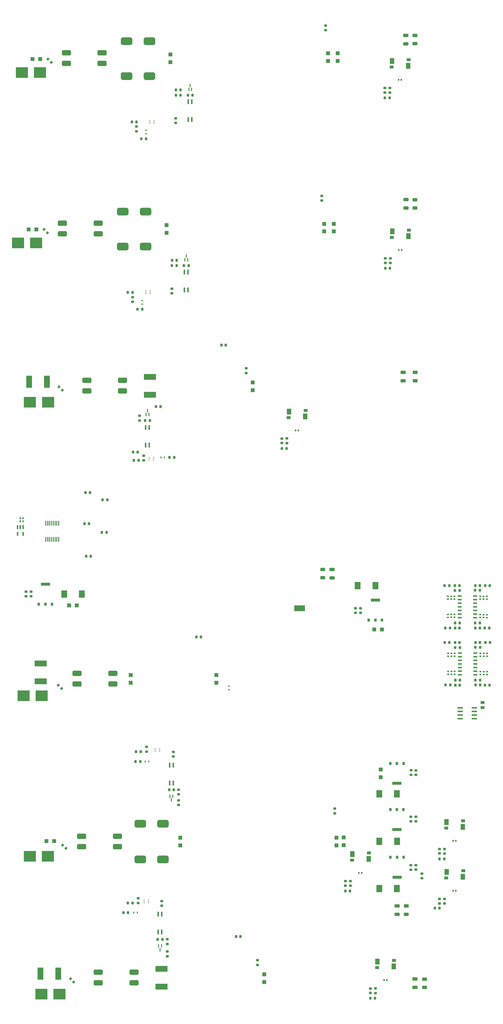
<source format=gbr>
%TF.GenerationSoftware,KiCad,Pcbnew,9.0.3*%
%TF.CreationDate,2025-09-16T14:08:45-04:00*%
%TF.ProjectId,11_CPU_PDU,31315f43-5055-45f5-9044-552e6b696361,rev?*%
%TF.SameCoordinates,Original*%
%TF.FileFunction,Paste,Top*%
%TF.FilePolarity,Positive*%
%FSLAX46Y46*%
G04 Gerber Fmt 4.6, Leading zero omitted, Abs format (unit mm)*
G04 Created by KiCad (PCBNEW 9.0.3) date 2025-09-16 14:08:45*
%MOMM*%
%LPD*%
G01*
G04 APERTURE LIST*
G04 Aperture macros list*
%AMRoundRect*
0 Rectangle with rounded corners*
0 $1 Rounding radius*
0 $2 $3 $4 $5 $6 $7 $8 $9 X,Y pos of 4 corners*
0 Add a 4 corners polygon primitive as box body*
4,1,4,$2,$3,$4,$5,$6,$7,$8,$9,$2,$3,0*
0 Add four circle primitives for the rounded corners*
1,1,$1+$1,$2,$3*
1,1,$1+$1,$4,$5*
1,1,$1+$1,$6,$7*
1,1,$1+$1,$8,$9*
0 Add four rect primitives between the rounded corners*
20,1,$1+$1,$2,$3,$4,$5,0*
20,1,$1+$1,$4,$5,$6,$7,0*
20,1,$1+$1,$6,$7,$8,$9,0*
20,1,$1+$1,$8,$9,$2,$3,0*%
G04 Aperture macros list end*
%ADD10RoundRect,0.200000X0.200000X0.275000X-0.200000X0.275000X-0.200000X-0.275000X0.200000X-0.275000X0*%
%ADD11RoundRect,0.200000X-0.200000X-0.275000X0.200000X-0.275000X0.200000X0.275000X-0.200000X0.275000X0*%
%ADD12RoundRect,0.675000X-1.325000X0.675000X-1.325000X-0.675000X1.325000X-0.675000X1.325000X0.675000X0*%
%ADD13R,4.241800X3.810000*%
%ADD14RoundRect,0.250000X0.445000X-0.457500X0.445000X0.457500X-0.445000X0.457500X-0.445000X-0.457500X0*%
%ADD15RoundRect,0.200000X0.275000X-0.200000X0.275000X0.200000X-0.275000X0.200000X-0.275000X-0.200000X0*%
%ADD16RoundRect,0.135000X0.185000X-0.135000X0.185000X0.135000X-0.185000X0.135000X-0.185000X-0.135000X0*%
%ADD17RoundRect,0.225000X-0.225000X-0.250000X0.225000X-0.250000X0.225000X0.250000X-0.225000X0.250000X0*%
%ADD18R,0.350800X1.161200*%
%ADD19RoundRect,0.225000X0.225000X0.250000X-0.225000X0.250000X-0.225000X-0.250000X0.225000X-0.250000X0*%
%ADD20R,0.444500X0.711200*%
%ADD21R,0.558800X1.651000*%
%ADD22RoundRect,0.200000X-0.275000X0.200000X-0.275000X-0.200000X0.275000X-0.200000X0.275000X0.200000X0*%
%ADD23RoundRect,0.225000X-0.250000X0.225000X-0.250000X-0.225000X0.250000X-0.225000X0.250000X0.225000X0*%
%ADD24R,0.533400X0.254000*%
%ADD25R,3.800000X2.030000*%
%ADD26RoundRect,0.140000X-0.170000X0.140000X-0.170000X-0.140000X0.170000X-0.140000X0.170000X0.140000X0*%
%ADD27R,1.390000X1.140000*%
%ADD28R,1.650000X2.010000*%
%ADD29RoundRect,0.250000X0.785000X1.895000X-0.785000X1.895000X-0.785000X-1.895000X0.785000X-1.895000X0*%
%ADD30RoundRect,0.250000X-0.450000X0.262500X-0.450000X-0.262500X0.450000X-0.262500X0.450000X0.262500X0*%
%ADD31RoundRect,0.200000X0.335876X0.053033X0.053033X0.335876X-0.335876X-0.053033X-0.053033X-0.335876X0*%
%ADD32RoundRect,0.250000X1.895000X-0.785000X1.895000X0.785000X-1.895000X0.785000X-1.895000X-0.785000X0*%
%ADD33RoundRect,0.140000X-0.140000X-0.170000X0.140000X-0.170000X0.140000X0.170000X-0.140000X0.170000X0*%
%ADD34RoundRect,0.250000X0.650000X-0.325000X0.650000X0.325000X-0.650000X0.325000X-0.650000X-0.325000X0*%
%ADD35RoundRect,0.250000X0.457500X0.445000X-0.457500X0.445000X-0.457500X-0.445000X0.457500X-0.445000X0*%
%ADD36RoundRect,0.250000X-0.625000X0.312500X-0.625000X-0.312500X0.625000X-0.312500X0.625000X0.312500X0*%
%ADD37RoundRect,0.475000X1.125000X-0.475000X1.125000X0.475000X-1.125000X0.475000X-1.125000X-0.475000X0*%
%ADD38RoundRect,0.250000X-0.650000X0.325000X-0.650000X-0.325000X0.650000X-0.325000X0.650000X0.325000X0*%
%ADD39RoundRect,0.140000X0.140000X0.170000X-0.140000X0.170000X-0.140000X-0.170000X0.140000X-0.170000X0*%
%ADD40RoundRect,0.250000X0.785000X1.045000X-0.785000X1.045000X-0.785000X-1.045000X0.785000X-1.045000X0*%
%ADD41R,1.460500X0.533400*%
%ADD42RoundRect,0.135000X-0.185000X0.135000X-0.185000X-0.135000X0.185000X-0.135000X0.185000X0.135000X0*%
%ADD43RoundRect,0.225000X0.250000X-0.225000X0.250000X0.225000X-0.250000X0.225000X-0.250000X-0.225000X0*%
%ADD44R,0.889000X1.016000*%
%ADD45R,3.200000X1.000000*%
%ADD46R,0.711200X0.444500*%
%ADD47RoundRect,0.250000X0.625000X-0.312500X0.625000X0.312500X-0.625000X0.312500X-0.625000X-0.312500X0*%
%ADD48RoundRect,0.250000X-0.445000X0.457500X-0.445000X-0.457500X0.445000X-0.457500X0.445000X0.457500X0*%
%ADD49R,0.355600X1.676400*%
%ADD50RoundRect,0.250000X-0.785000X-1.045000X0.785000X-1.045000X0.785000X1.045000X-0.785000X1.045000X0*%
%ADD51RoundRect,0.250000X-0.457500X-0.445000X0.457500X-0.445000X0.457500X0.445000X-0.457500X0.445000X0*%
%ADD52RoundRect,0.140000X0.170000X-0.140000X0.170000X0.140000X-0.170000X0.140000X-0.170000X-0.140000X0*%
%ADD53R,0.558800X1.473200*%
%ADD54R,1.981200X0.558800*%
G04 APERTURE END LIST*
D10*
%TO.C,R96*%
X356245000Y-257719999D03*
X354595000Y-257719999D03*
%TD*%
D11*
%TO.C,R104*%
X368875000Y-257729999D03*
X370525000Y-257729999D03*
%TD*%
D12*
%TO.C,L3*%
X242695001Y-46445000D03*
X250695001Y-46445000D03*
%TD*%
D13*
%TO.C,F5*%
X212677301Y-381220000D03*
X219052701Y-381220000D03*
%TD*%
D14*
%TO.C,C112*%
X244095001Y-271829999D03*
X244095001Y-269124999D03*
%TD*%
%TO.C,C15*%
X256685001Y-113717500D03*
X256685001Y-111012500D03*
%TD*%
D15*
%TO.C,R28*%
X346515001Y-340499999D03*
X346515001Y-338849999D03*
%TD*%
D16*
%TO.C,R84*%
X367035850Y-242489999D03*
X367035850Y-241469999D03*
%TD*%
D17*
%TO.C,C102*%
X365455000Y-272629999D03*
X367005000Y-272629999D03*
%TD*%
D18*
%TO.C,M10*%
X264555002Y-63350000D03*
X265555000Y-63350000D03*
X265055001Y-62000000D03*
%TD*%
D16*
%TO.C,R89*%
X355760000Y-268899999D03*
X355760000Y-267879999D03*
%TD*%
D19*
%TO.C,C88*%
X359770850Y-252589999D03*
X358220850Y-252589999D03*
%TD*%
D10*
%TO.C,R47*%
X255240003Y-362029998D03*
X253590003Y-362029998D03*
%TD*%
D20*
%TO.C,LED3*%
X250413651Y-299554999D03*
X249156351Y-299554999D03*
%TD*%
D21*
%TO.C,Q4*%
X249367501Y-188379200D03*
X250637501Y-188379200D03*
X250637501Y-182130800D03*
X249367501Y-182130800D03*
%TD*%
D22*
%TO.C,R40*%
X248663001Y-192068000D03*
X248663001Y-193718000D03*
%TD*%
D18*
%TO.C,M9*%
X254915001Y-364259998D03*
X253915003Y-364259998D03*
X254415002Y-365609998D03*
%TD*%
D23*
%TO.C,C79*%
X352747501Y-347800000D03*
X352747501Y-349350000D03*
%TD*%
D16*
%TO.C,R81*%
X369415850Y-248929999D03*
X369415850Y-247909999D03*
%TD*%
D24*
%TO.C,M5*%
X248861001Y-348114000D03*
X248861001Y-348622000D03*
X248861001Y-349130000D03*
X250385001Y-349130000D03*
X250385001Y-348622000D03*
X250385001Y-348114000D03*
%TD*%
D16*
%TO.C,R76*%
X358005850Y-242489999D03*
X358005850Y-241469999D03*
%TD*%
D22*
%TO.C,R68*%
X299080000Y-186005000D03*
X299080000Y-187655000D03*
%TD*%
D14*
%TO.C,C58*%
X291065001Y-376972500D03*
X291065001Y-374267500D03*
%TD*%
D11*
%TO.C,R110*%
X233958200Y-218975000D03*
X235608200Y-218975000D03*
%TD*%
D25*
%TO.C,CHASSIS1*%
X303530000Y-245680000D03*
%TD*%
D26*
%TO.C,C90*%
X368225850Y-247909999D03*
X368225850Y-248869999D03*
%TD*%
D11*
%TO.C,R60*%
X319610001Y-344965000D03*
X321260001Y-344965000D03*
%TD*%
D23*
%TO.C,C73*%
X333655001Y-122750000D03*
X333655001Y-124300000D03*
%TD*%
D27*
%TO.C,R64*%
X355102501Y-340435000D03*
X361072501Y-337895000D03*
D28*
X355232501Y-338330000D03*
X360942501Y-340000000D03*
%TD*%
D29*
%TO.C,C65*%
X218632501Y-374040000D03*
X212392501Y-374040000D03*
%TD*%
D10*
%TO.C,R13*%
X260280001Y-123445000D03*
X258630001Y-123445000D03*
%TD*%
D11*
%TO.C,R85*%
X365280850Y-250859999D03*
X366930850Y-250859999D03*
%TD*%
D30*
%TO.C,R51*%
X367910000Y-278757499D03*
X367910000Y-280582499D03*
%TD*%
D31*
%TO.C,R10*%
X214808364Y-113758363D03*
X213641638Y-112591637D03*
%TD*%
D11*
%TO.C,R45*%
X241546001Y-352570000D03*
X243196001Y-352570000D03*
%TD*%
D32*
%TO.C,C47*%
X250915001Y-170632501D03*
X250915001Y-164392501D03*
%TD*%
D15*
%TO.C,R44*%
X257005001Y-367905000D03*
X257005001Y-366255000D03*
%TD*%
D33*
%TO.C,C70*%
X338345001Y-59985000D03*
X339305001Y-59985000D03*
%TD*%
D11*
%TO.C,R103*%
X365355000Y-259399999D03*
X367005000Y-259399999D03*
%TD*%
D32*
%TO.C,C57*%
X254925001Y-378567500D03*
X254925001Y-372327500D03*
%TD*%
D34*
%TO.C,C135*%
X344060000Y-378835000D03*
X344060000Y-375885000D03*
%TD*%
D35*
%TO.C,C11*%
X212297501Y-52735000D03*
X209592501Y-52735000D03*
%TD*%
D12*
%TO.C,L6*%
X241325001Y-106315000D03*
X249325001Y-106315000D03*
%TD*%
D35*
%TO.C,C67*%
X332512500Y-253153750D03*
X329807500Y-253153750D03*
%TD*%
D34*
%TO.C,C131*%
X340920000Y-47335000D03*
X340920000Y-44385000D03*
%TD*%
D17*
%TO.C,C103*%
X365445000Y-257719999D03*
X366995000Y-257719999D03*
%TD*%
D24*
%TO.C,M3*%
X252773001Y-294946999D03*
X252773001Y-295454999D03*
X252773001Y-295962999D03*
X254297001Y-295962999D03*
X254297001Y-295454999D03*
X254297001Y-294946999D03*
%TD*%
D36*
%TO.C,R113*%
X311680000Y-232017500D03*
X311680000Y-234942500D03*
%TD*%
D10*
%TO.C,R25*%
X259270001Y-309394999D03*
X257620001Y-309394999D03*
%TD*%
D33*
%TO.C,C78*%
X357547501Y-344895000D03*
X358507501Y-344895000D03*
%TD*%
D14*
%TO.C,C17*%
X315565001Y-113287500D03*
X315565001Y-110582500D03*
%TD*%
D11*
%TO.C,R107*%
X234208200Y-207555000D03*
X235858200Y-207555000D03*
%TD*%
D15*
%TO.C,R20*%
X315885001Y-317689999D03*
X315885001Y-316039999D03*
%TD*%
D22*
%TO.C,R31*%
X342702501Y-302539999D03*
X342702501Y-304189999D03*
%TD*%
D15*
%TO.C,R50*%
X324990000Y-247298750D03*
X324990000Y-245648750D03*
%TD*%
%TO.C,R22*%
X260925001Y-314789999D03*
X260925001Y-313139999D03*
%TD*%
D34*
%TO.C,C133*%
X337810000Y-353205000D03*
X337810000Y-350255000D03*
%TD*%
D22*
%TO.C,R29*%
X342634001Y-335899999D03*
X342634001Y-337549999D03*
%TD*%
D37*
%TO.C,L8*%
X239465001Y-325734999D03*
X239465001Y-329434999D03*
X226865001Y-329434999D03*
X226865001Y-325734999D03*
%TD*%
D11*
%TO.C,R101*%
X365355000Y-270909999D03*
X367005000Y-270909999D03*
%TD*%
D38*
%TO.C,C130*%
X315000000Y-232025000D03*
X315000000Y-234975000D03*
%TD*%
D23*
%TO.C,C81*%
X297310000Y-186055000D03*
X297310000Y-187605000D03*
%TD*%
D29*
%TO.C,C55*%
X214622501Y-166105001D03*
X208382501Y-166105001D03*
%TD*%
D39*
%TO.C,C107*%
X206223200Y-215105000D03*
X205263200Y-215105000D03*
%TD*%
D11*
%TO.C,R16*%
X262850001Y-125305000D03*
X264500001Y-125305000D03*
%TD*%
D31*
%TO.C,R111*%
X219798364Y-273853362D03*
X218631638Y-272686636D03*
%TD*%
D40*
%TO.C,C68*%
X330187500Y-237683750D03*
X323947500Y-237683750D03*
%TD*%
D33*
%TO.C,C72*%
X338455001Y-119845000D03*
X339415001Y-119845000D03*
%TD*%
D37*
%TO.C,L11*%
X245275001Y-373500000D03*
X245275001Y-377200000D03*
X232675001Y-377200000D03*
X232675001Y-373500000D03*
%TD*%
D22*
%TO.C,R30*%
X342672501Y-318889999D03*
X342672501Y-320539999D03*
%TD*%
D11*
%TO.C,R5*%
X247860001Y-80715000D03*
X249510001Y-80715000D03*
%TD*%
%TO.C,R17*%
X243120001Y-134705000D03*
X244770001Y-134705000D03*
%TD*%
D22*
%TO.C,R3*%
X259957001Y-73518000D03*
X259957001Y-75168000D03*
%TD*%
D40*
%TO.C,C41*%
X337772501Y-310824999D03*
X331532501Y-310824999D03*
%TD*%
D11*
%TO.C,R14*%
X246490001Y-140585000D03*
X248140001Y-140585000D03*
%TD*%
%TO.C,R57*%
X333660001Y-126185000D03*
X335310001Y-126185000D03*
%TD*%
D41*
%TO.C,U18*%
X359831700Y-241389999D03*
X359831700Y-242659999D03*
X359831700Y-243929999D03*
X359831700Y-245199999D03*
X359831700Y-246469999D03*
X359831700Y-247739999D03*
X359831700Y-249009999D03*
X365280000Y-249009999D03*
X365280000Y-247739999D03*
X365280000Y-246469999D03*
X365280000Y-245199999D03*
X365280000Y-243929999D03*
X365280000Y-242659999D03*
X365280000Y-241389999D03*
%TD*%
D42*
%TO.C,R74*%
X358005850Y-247799999D03*
X358005850Y-248819999D03*
%TD*%
D17*
%TO.C,C66*%
X281190001Y-361010000D03*
X282740001Y-361010000D03*
%TD*%
D20*
%TO.C,LED4*%
X254734351Y-192623000D03*
X255991651Y-192623000D03*
%TD*%
D22*
%TO.C,R53*%
X335315001Y-62840000D03*
X335315001Y-64490000D03*
%TD*%
D12*
%TO.C,L4*%
X241325001Y-118605000D03*
X249325001Y-118605000D03*
%TD*%
D43*
%TO.C,C46*%
X344462501Y-304159999D03*
X344462501Y-302609999D03*
%TD*%
D44*
%TO.C,U20*%
X211793300Y-244197500D03*
X214104700Y-244197500D03*
X216416100Y-244197500D03*
D45*
X214104700Y-237205000D03*
%TD*%
D24*
%TO.C,M1*%
X250773001Y-74327000D03*
X250773001Y-74835000D03*
X250773001Y-75343000D03*
X252297001Y-75343000D03*
X252297001Y-74835000D03*
X252297001Y-74327000D03*
%TD*%
D10*
%TO.C,R4*%
X261650001Y-63575000D03*
X260000001Y-63575000D03*
%TD*%
D15*
%TO.C,R2*%
X312665001Y-42580000D03*
X312665001Y-40930000D03*
%TD*%
D44*
%TO.C,U6*%
X340092401Y-300172499D03*
X337781001Y-300172499D03*
X335469601Y-300172499D03*
D45*
X337781001Y-307164999D03*
%TD*%
D23*
%TO.C,C69*%
X323220000Y-245698750D03*
X323220000Y-247248750D03*
%TD*%
%TO.C,C75*%
X319605001Y-341530000D03*
X319605001Y-343080000D03*
%TD*%
D46*
%TO.C,LED1*%
X249515001Y-77686350D03*
X249515001Y-78943650D03*
%TD*%
D10*
%TO.C,R93*%
X359935000Y-270909999D03*
X358285000Y-270909999D03*
%TD*%
D42*
%TO.C,R90*%
X358080000Y-267849999D03*
X358080000Y-268869999D03*
%TD*%
D15*
%TO.C,R11*%
X311295001Y-102450000D03*
X311295001Y-100800000D03*
%TD*%
D47*
%TO.C,R118*%
X347470000Y-378852500D03*
X347470000Y-375927500D03*
%TD*%
D11*
%TO.C,R15*%
X258625001Y-125305000D03*
X260275001Y-125305000D03*
%TD*%
%TO.C,R87*%
X365280850Y-239349999D03*
X366930850Y-239349999D03*
%TD*%
D17*
%TO.C,C120*%
X267240001Y-255769999D03*
X268790001Y-255769999D03*
%TD*%
D27*
%TO.C,R67*%
X299665000Y-178690000D03*
X305635000Y-176150000D03*
D28*
X299795000Y-176585000D03*
X305505000Y-178255000D03*
%TD*%
D43*
%TO.C,C44*%
X344434001Y-337469999D03*
X344434001Y-335919999D03*
%TD*%
D47*
%TO.C,R116*%
X341040000Y-353172500D03*
X341040000Y-350247500D03*
%TD*%
D26*
%TO.C,C96*%
X356950000Y-267869999D03*
X356950000Y-268829999D03*
%TD*%
D21*
%TO.C,Q3*%
X259100001Y-300770799D03*
X257830001Y-300770799D03*
X257830001Y-307019199D03*
X259100001Y-307019199D03*
%TD*%
D14*
%TO.C,C29*%
X316535001Y-328937499D03*
X316535001Y-326232499D03*
%TD*%
D34*
%TO.C,C132*%
X340995000Y-105055000D03*
X340995000Y-102105000D03*
%TD*%
D22*
%TO.C,R21*%
X259095001Y-296099999D03*
X259095001Y-297749999D03*
%TD*%
D46*
%TO.C,LED2*%
X248145001Y-137556350D03*
X248145001Y-138813650D03*
%TD*%
D22*
%TO.C,R37*%
X247225001Y-178020000D03*
X247225001Y-179670000D03*
%TD*%
D17*
%TO.C,C92*%
X365380850Y-252579999D03*
X366930850Y-252579999D03*
%TD*%
D48*
%TO.C,C40*%
X332102501Y-302342499D03*
X332102501Y-305047499D03*
%TD*%
D14*
%TO.C,C48*%
X287055001Y-169037499D03*
X287055001Y-166332499D03*
%TD*%
D11*
%TO.C,R88*%
X368800850Y-237679999D03*
X370450850Y-237679999D03*
%TD*%
D49*
%TO.C,U22*%
X218778199Y-215805600D03*
X218128201Y-215805600D03*
X217478199Y-215805600D03*
X216828201Y-215805600D03*
X216178202Y-215805600D03*
X215528201Y-215805600D03*
X214878202Y-215805600D03*
X214228201Y-215805600D03*
X214228201Y-221444400D03*
X214878199Y-221444400D03*
X215528201Y-221444400D03*
X216178199Y-221444400D03*
X216828198Y-221444400D03*
X217478199Y-221444400D03*
X218128198Y-221444400D03*
X218778199Y-221444400D03*
%TD*%
D23*
%TO.C,C77*%
X352745001Y-330260000D03*
X352745001Y-331810000D03*
%TD*%
D15*
%TO.C,R24*%
X260925001Y-311049999D03*
X260925001Y-309399999D03*
%TD*%
D24*
%TO.C,M2*%
X249403001Y-134197000D03*
X249403001Y-134705000D03*
X249403001Y-135213000D03*
X250927001Y-135213000D03*
X250927001Y-134705000D03*
X250927001Y-134197000D03*
%TD*%
D47*
%TO.C,R115*%
X344130000Y-105072500D03*
X344130000Y-102147500D03*
%TD*%
D13*
%TO.C,F1*%
X205837301Y-57445000D03*
X212212701Y-57445000D03*
%TD*%
D12*
%TO.C,L1*%
X242695001Y-58735000D03*
X250695001Y-58735000D03*
%TD*%
D50*
%TO.C,C106*%
X220703200Y-240665000D03*
X226943200Y-240665000D03*
%TD*%
D51*
%TO.C,C105*%
X222400700Y-244625000D03*
X225105700Y-244625000D03*
%TD*%
D11*
%TO.C,R26*%
X245980001Y-296024999D03*
X247630001Y-296024999D03*
%TD*%
%TO.C,R38*%
X249187502Y-179670000D03*
X250837502Y-179670000D03*
%TD*%
D37*
%TO.C,L2*%
X234065001Y-50515000D03*
X234065001Y-54215000D03*
X221465001Y-54215000D03*
X221465001Y-50515000D03*
%TD*%
D21*
%TO.C,Q5*%
X255030001Y-353145800D03*
X253760001Y-353145800D03*
X253760001Y-359394200D03*
X255030001Y-359394200D03*
%TD*%
D11*
%TO.C,R102*%
X368695000Y-272639999D03*
X370345000Y-272639999D03*
%TD*%
%TO.C,R6*%
X259995001Y-65435000D03*
X261645001Y-65435000D03*
%TD*%
D14*
%TO.C,C28*%
X261555001Y-329014999D03*
X261555001Y-326309999D03*
%TD*%
D32*
%TO.C,C113*%
X212445001Y-271327499D03*
X212445001Y-265087499D03*
%TD*%
D27*
%TO.C,R70*%
X330782501Y-371875000D03*
X336752501Y-369335000D03*
D28*
X330912501Y-369770000D03*
X336622501Y-371440000D03*
%TD*%
D14*
%TO.C,C4*%
X316935001Y-53417500D03*
X316935001Y-50712500D03*
%TD*%
D11*
%TO.C,R54*%
X333550001Y-66325000D03*
X335200001Y-66325000D03*
%TD*%
D47*
%TO.C,R114*%
X344100000Y-47332500D03*
X344100000Y-44407500D03*
%TD*%
D22*
%TO.C,R42*%
X288715001Y-369285000D03*
X288715001Y-370935000D03*
%TD*%
D52*
%TO.C,C97*%
X356970000Y-262499999D03*
X356970000Y-261539999D03*
%TD*%
D11*
%TO.C,R8*%
X244490001Y-74835000D03*
X246140001Y-74835000D03*
%TD*%
D21*
%TO.C,Q1*%
X264382001Y-73967200D03*
X265652001Y-73967200D03*
X265652001Y-67718800D03*
X264382001Y-67718800D03*
%TD*%
D14*
%TO.C,C16*%
X312135001Y-113287500D03*
X312135001Y-110582500D03*
%TD*%
D42*
%TO.C,R98*%
X367090000Y-267929999D03*
X367090000Y-268949999D03*
%TD*%
D26*
%TO.C,C86*%
X356875850Y-247819999D03*
X356875850Y-248779999D03*
%TD*%
D22*
%TO.C,R43*%
X255015001Y-348505000D03*
X255015001Y-350155000D03*
%TD*%
%TO.C,R62*%
X354515001Y-330210000D03*
X354515001Y-331860000D03*
%TD*%
D17*
%TO.C,C56*%
X276035000Y-153240000D03*
X277585000Y-153240000D03*
%TD*%
D42*
%TO.C,R99*%
X369490000Y-261509999D03*
X369490000Y-262529999D03*
%TD*%
D46*
%TO.C,LED6*%
X278645001Y-273021349D03*
X278645001Y-274278649D03*
%TD*%
D16*
%TO.C,R100*%
X367110000Y-262539999D03*
X367110000Y-261519999D03*
%TD*%
D11*
%TO.C,R48*%
X243130001Y-349190000D03*
X244780001Y-349190000D03*
%TD*%
D10*
%TO.C,R77*%
X359860850Y-250859999D03*
X358210850Y-250859999D03*
%TD*%
D37*
%TO.C,L5*%
X232695001Y-110385000D03*
X232695001Y-114085000D03*
X220095001Y-114085000D03*
X220095001Y-110385000D03*
%TD*%
D42*
%TO.C,R82*%
X367015850Y-247879999D03*
X367015850Y-248899999D03*
%TD*%
D53*
%TO.C,U21*%
X206223201Y-217101200D03*
X205273200Y-217101200D03*
X204323199Y-217101200D03*
X204323199Y-219488800D03*
X206223201Y-219488800D03*
%TD*%
D34*
%TO.C,C134*%
X339910000Y-165745000D03*
X339910000Y-162795000D03*
%TD*%
D18*
%TO.C,M8*%
X249512503Y-177555000D03*
X250512501Y-177555000D03*
X250012502Y-176205000D03*
%TD*%
D23*
%TO.C,C71*%
X333545001Y-62890000D03*
X333545001Y-64440000D03*
%TD*%
D27*
%TO.C,R52*%
X335900001Y-55525000D03*
X341870001Y-52985000D03*
D28*
X336030001Y-53420000D03*
X341740001Y-55090000D03*
%TD*%
D22*
%TO.C,R27*%
X249735001Y-294379999D03*
X249735001Y-296029999D03*
%TD*%
D37*
%TO.C,L12*%
X237825001Y-268549999D03*
X237825001Y-272249999D03*
X225225001Y-272249999D03*
X225225001Y-268549999D03*
%TD*%
D33*
%TO.C,C82*%
X333227501Y-376335000D03*
X334187501Y-376335000D03*
%TD*%
D26*
%TO.C,C100*%
X368300000Y-267959999D03*
X368300000Y-268919999D03*
%TD*%
D11*
%TO.C,R109*%
X227848200Y-215955000D03*
X229498200Y-215955000D03*
%TD*%
D19*
%TO.C,C98*%
X359845000Y-272639999D03*
X358295000Y-272639999D03*
%TD*%
D10*
%TO.C,R94*%
X356525000Y-272629999D03*
X354875000Y-272629999D03*
%TD*%
D18*
%TO.C,M7*%
X258945001Y-311664999D03*
X257945003Y-311664999D03*
X258445002Y-313014999D03*
%TD*%
D31*
%TO.C,R1*%
X216178364Y-53888363D03*
X215011638Y-52721637D03*
%TD*%
D10*
%TO.C,R78*%
X356450850Y-252579999D03*
X354800850Y-252579999D03*
%TD*%
D17*
%TO.C,C93*%
X365370850Y-237669999D03*
X366920850Y-237669999D03*
%TD*%
D52*
%TO.C,C91*%
X368225850Y-242449999D03*
X368225850Y-241489999D03*
%TD*%
D41*
%TO.C,U19*%
X359905850Y-261439999D03*
X359905850Y-262709999D03*
X359905850Y-263979999D03*
X359905850Y-265249999D03*
X359905850Y-266519999D03*
X359905850Y-267789999D03*
X359905850Y-269059999D03*
X365354150Y-269059999D03*
X365354150Y-267789999D03*
X365354150Y-266519999D03*
X365354150Y-265249999D03*
X365354150Y-263979999D03*
X365354150Y-262709999D03*
X365354150Y-261439999D03*
%TD*%
D11*
%TO.C,R108*%
X228175000Y-205000000D03*
X229825000Y-205000000D03*
%TD*%
D13*
%TO.C,F3*%
X208607301Y-332764999D03*
X214982701Y-332764999D03*
%TD*%
%TO.C,F6*%
X206417301Y-276399999D03*
X212792701Y-276399999D03*
%TD*%
D10*
%TO.C,R36*%
X259388001Y-192633000D03*
X257738001Y-192633000D03*
%TD*%
D19*
%TO.C,C89*%
X359720850Y-237669999D03*
X358170850Y-237669999D03*
%TD*%
D12*
%TO.C,L9*%
X247470001Y-321324999D03*
X255470001Y-321324999D03*
%TD*%
D10*
%TO.C,R79*%
X359820850Y-239429999D03*
X358170850Y-239429999D03*
%TD*%
D11*
%TO.C,R69*%
X297315000Y-189490000D03*
X298965000Y-189490000D03*
%TD*%
D44*
%TO.C,U5*%
X340073901Y-316402499D03*
X337762501Y-316402499D03*
X335451101Y-316402499D03*
D45*
X337762501Y-323394999D03*
%TD*%
D43*
%TO.C,C45*%
X344452501Y-320489999D03*
X344452501Y-318939999D03*
%TD*%
D14*
%TO.C,C111*%
X274205001Y-271832499D03*
X274205001Y-269127499D03*
%TD*%
D42*
%TO.C,R75*%
X355715850Y-241449999D03*
X355715850Y-242469999D03*
%TD*%
D33*
%TO.C,C76*%
X357545001Y-327355000D03*
X358505001Y-327355000D03*
%TD*%
D13*
%TO.C,F2*%
X204467301Y-117315000D03*
X210842701Y-117315000D03*
%TD*%
D11*
%TO.C,R86*%
X368620850Y-252589999D03*
X370270850Y-252589999D03*
%TD*%
D27*
%TO.C,R55*%
X336010001Y-115385000D03*
X341980001Y-112845000D03*
D28*
X336140001Y-113280000D03*
X341850001Y-114950000D03*
%TD*%
D11*
%TO.C,R72*%
X328432501Y-382675000D03*
X330082501Y-382675000D03*
%TD*%
D22*
%TO.C,R65*%
X354517501Y-347750000D03*
X354517501Y-349400000D03*
%TD*%
D44*
%TO.C,U4*%
X340113901Y-333122499D03*
X337802501Y-333122499D03*
X335491101Y-333122499D03*
D45*
X337802501Y-340114999D03*
%TD*%
D16*
%TO.C,R97*%
X369490000Y-268979999D03*
X369490000Y-267959999D03*
%TD*%
%TO.C,R73*%
X355685850Y-248849999D03*
X355685850Y-247829999D03*
%TD*%
D31*
%TO.C,R41*%
X224065001Y-377000000D03*
X222898275Y-375833274D03*
%TD*%
D14*
%TO.C,C2*%
X258055001Y-53847500D03*
X258055001Y-51142500D03*
%TD*%
D40*
%TO.C,C42*%
X337792501Y-327514999D03*
X331552501Y-327514999D03*
%TD*%
D31*
%TO.C,R32*%
X220055001Y-169065000D03*
X218888275Y-167898274D03*
%TD*%
D44*
%TO.C,U9*%
X327878600Y-249806250D03*
X330190000Y-249806250D03*
X332501400Y-249806250D03*
D45*
X330190000Y-242813750D03*
%TD*%
D19*
%TO.C,C99*%
X359795000Y-257719999D03*
X358245000Y-257719999D03*
%TD*%
D33*
%TO.C,C80*%
X302110000Y-183150000D03*
X303070000Y-183150000D03*
%TD*%
D11*
%TO.C,R105*%
X228418200Y-227365000D03*
X230068200Y-227365000D03*
%TD*%
D15*
%TO.C,R46*%
X257005003Y-363604998D03*
X257005003Y-361954998D03*
%TD*%
D35*
%TO.C,C37*%
X217185001Y-327414999D03*
X214480001Y-327414999D03*
%TD*%
D11*
%TO.C,R23*%
X245820001Y-299554999D03*
X247470001Y-299554999D03*
%TD*%
D12*
%TO.C,L7*%
X247470001Y-333864999D03*
X255470001Y-333864999D03*
%TD*%
D11*
%TO.C,R34*%
X244930001Y-190785000D03*
X246580001Y-190785000D03*
%TD*%
D10*
%TO.C,R66*%
X352755000Y-351020000D03*
X351105000Y-351020000D03*
%TD*%
D21*
%TO.C,Q2*%
X263012001Y-133837200D03*
X264282001Y-133837200D03*
X264282001Y-127588800D03*
X263012001Y-127588800D03*
%TD*%
D11*
%TO.C,R35*%
X252960001Y-174805000D03*
X254610001Y-174805000D03*
%TD*%
D22*
%TO.C,R56*%
X335425001Y-122700000D03*
X335425001Y-124350000D03*
%TD*%
D52*
%TO.C,C101*%
X368300000Y-262499999D03*
X368300000Y-261539999D03*
%TD*%
D10*
%TO.C,R80*%
X356170850Y-237669999D03*
X354520850Y-237669999D03*
%TD*%
D37*
%TO.C,L10*%
X241265001Y-165565000D03*
X241265001Y-169265000D03*
X228665001Y-169265000D03*
X228665001Y-165565000D03*
%TD*%
D22*
%TO.C,R33*%
X284705001Y-161350000D03*
X284705001Y-163000000D03*
%TD*%
D15*
%TO.C,R106*%
X209053200Y-241460000D03*
X209053200Y-239810000D03*
%TD*%
D54*
%TO.C,U10*%
X364983796Y-284484999D03*
X364983796Y-283214999D03*
X364983796Y-281944999D03*
X364983796Y-280674999D03*
X360056196Y-280674999D03*
X360056196Y-281944999D03*
X360056196Y-283214999D03*
X360056196Y-284484999D03*
%TD*%
D47*
%TO.C,R117*%
X344170000Y-165712500D03*
X344170000Y-162787500D03*
%TD*%
D42*
%TO.C,R91*%
X355790000Y-261499999D03*
X355790000Y-262519999D03*
%TD*%
D11*
%TO.C,R7*%
X264220001Y-65435000D03*
X265870001Y-65435000D03*
%TD*%
D15*
%TO.C,R9*%
X246135001Y-78100000D03*
X246135001Y-76450000D03*
%TD*%
D11*
%TO.C,R39*%
X245238001Y-193713000D03*
X246888001Y-193713000D03*
%TD*%
D23*
%TO.C,C108*%
X207313200Y-239860000D03*
X207313200Y-241410000D03*
%TD*%
D18*
%TO.C,M6*%
X263185002Y-123220000D03*
X264185000Y-123220000D03*
X263685001Y-121870000D03*
%TD*%
D11*
%TO.C,R63*%
X352750001Y-333695000D03*
X354400001Y-333695000D03*
%TD*%
D33*
%TO.C,C74*%
X324405001Y-338625000D03*
X325365001Y-338625000D03*
%TD*%
D14*
%TO.C,C3*%
X313505001Y-53417500D03*
X313505001Y-50712500D03*
%TD*%
D39*
%TO.C,C104*%
X206223200Y-213965000D03*
X205263200Y-213965000D03*
%TD*%
D35*
%TO.C,C24*%
X210927501Y-112605000D03*
X208222501Y-112605000D03*
%TD*%
D24*
%TO.C,M4*%
X252145001Y-193641000D03*
X252145001Y-193133000D03*
X252145001Y-192625000D03*
X250621001Y-192625000D03*
X250621001Y-193133000D03*
X250621001Y-193641000D03*
%TD*%
D22*
%TO.C,R71*%
X330197501Y-379190000D03*
X330197501Y-380840000D03*
%TD*%
D31*
%TO.C,R19*%
X221318364Y-330028362D03*
X220151638Y-328861636D03*
%TD*%
D10*
%TO.C,R95*%
X359895000Y-259479999D03*
X358245000Y-259479999D03*
%TD*%
D22*
%TO.C,R12*%
X258587001Y-133388000D03*
X258587001Y-135038000D03*
%TD*%
D14*
%TO.C,C30*%
X319075001Y-328924999D03*
X319075001Y-326219999D03*
%TD*%
D22*
%TO.C,R49*%
X246715001Y-347545000D03*
X246715001Y-349195000D03*
%TD*%
D52*
%TO.C,C87*%
X356895850Y-242449999D03*
X356895850Y-241489999D03*
%TD*%
D15*
%TO.C,R18*%
X244765001Y-137970000D03*
X244765001Y-136320000D03*
%TD*%
D22*
%TO.C,R59*%
X321375001Y-341480000D03*
X321375001Y-343130000D03*
%TD*%
D23*
%TO.C,C83*%
X328427501Y-379240000D03*
X328427501Y-380790000D03*
%TD*%
D27*
%TO.C,R61*%
X355100001Y-322895000D03*
X361070001Y-320355000D03*
D28*
X355230001Y-320790000D03*
X360940001Y-322460000D03*
%TD*%
D13*
%TO.C,F4*%
X208667301Y-173285000D03*
X215042701Y-173285000D03*
%TD*%
D40*
%TO.C,C43*%
X337784001Y-344124999D03*
X331544001Y-344124999D03*
%TD*%
D20*
%TO.C,LED5*%
X246433651Y-352560000D03*
X245176351Y-352560000D03*
%TD*%
D27*
%TO.C,R58*%
X321960001Y-334165000D03*
X327930001Y-331625000D03*
D28*
X322090001Y-332060000D03*
X327800001Y-333730000D03*
%TD*%
D16*
%TO.C,R92*%
X358080000Y-262539999D03*
X358080000Y-261519999D03*
%TD*%
D42*
%TO.C,R83*%
X369415850Y-241459999D03*
X369415850Y-242479999D03*
%TD*%
M02*

</source>
